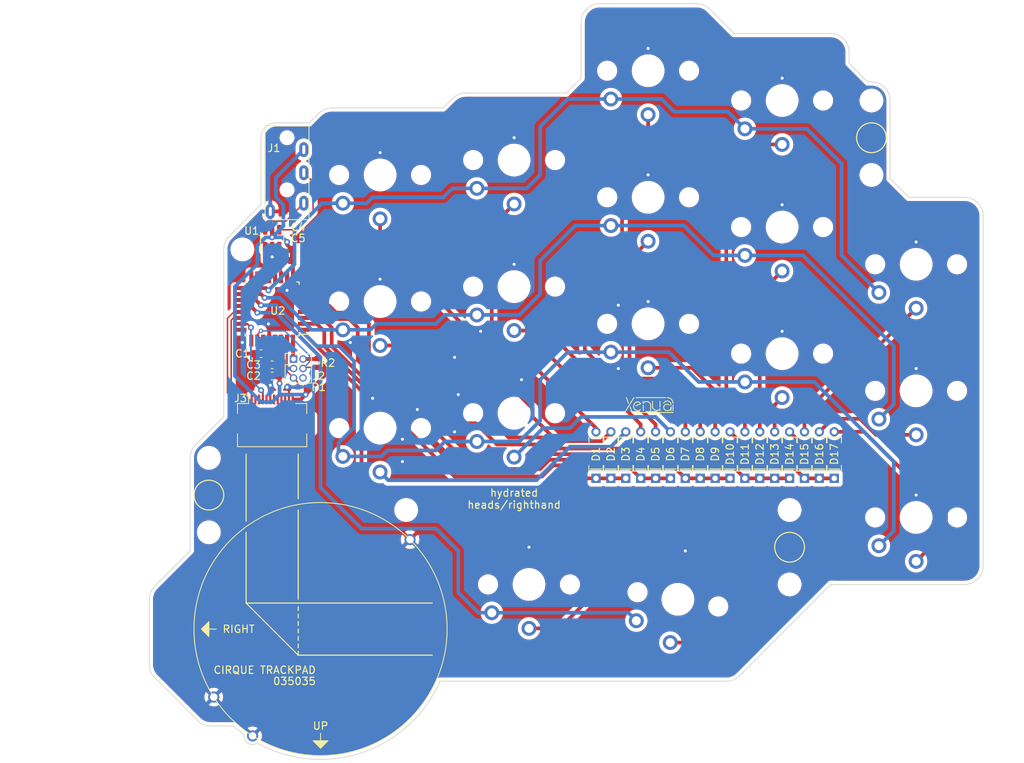
<source format=kicad_pcb>
(kicad_pcb (version 20211014) (generator pcbnew)

  (general
    (thickness 1.6)
  )

  (paper "A4")
  (layers
    (0 "F.Cu" signal)
    (31 "B.Cu" signal)
    (32 "B.Adhes" user "B.Adhesive")
    (33 "F.Adhes" user "F.Adhesive")
    (34 "B.Paste" user)
    (35 "F.Paste" user)
    (36 "B.SilkS" user "B.Silkscreen")
    (37 "F.SilkS" user "F.Silkscreen")
    (38 "B.Mask" user)
    (39 "F.Mask" user)
    (40 "Dwgs.User" user "User.Drawings")
    (41 "Cmts.User" user "User.Comments")
    (42 "Eco1.User" user "User.Eco1")
    (43 "Eco2.User" user "User.Eco2")
    (44 "Edge.Cuts" user)
    (45 "Margin" user)
    (46 "B.CrtYd" user "B.Courtyard")
    (47 "F.CrtYd" user "F.Courtyard")
    (48 "B.Fab" user)
    (49 "F.Fab" user)
    (50 "User.1" user)
    (51 "User.2" user)
    (52 "User.3" user)
    (53 "User.4" user)
    (54 "User.5" user)
    (55 "User.6" user)
    (56 "User.7" user)
    (57 "User.8" user)
    (58 "User.9" user)
  )

  (setup
    (stackup
      (layer "F.SilkS" (type "Top Silk Screen"))
      (layer "F.Paste" (type "Top Solder Paste"))
      (layer "F.Mask" (type "Top Solder Mask") (thickness 0.01))
      (layer "F.Cu" (type "copper") (thickness 0.035))
      (layer "dielectric 1" (type "core") (thickness 1.51) (material "FR4") (epsilon_r 4.5) (loss_tangent 0.02))
      (layer "B.Cu" (type "copper") (thickness 0.035))
      (layer "B.Mask" (type "Bottom Solder Mask") (thickness 0.01))
      (layer "B.Paste" (type "Bottom Solder Paste"))
      (layer "B.SilkS" (type "Bottom Silk Screen"))
      (copper_finish "None")
      (dielectric_constraints no)
    )
    (pad_to_mask_clearance 0)
    (pcbplotparams
      (layerselection 0x00010fc_ffffffff)
      (disableapertmacros false)
      (usegerberextensions false)
      (usegerberattributes true)
      (usegerberadvancedattributes true)
      (creategerberjobfile true)
      (svguseinch false)
      (svgprecision 6)
      (excludeedgelayer true)
      (plotframeref false)
      (viasonmask false)
      (mode 1)
      (useauxorigin false)
      (hpglpennumber 1)
      (hpglpenspeed 20)
      (hpglpendiameter 15.000000)
      (dxfpolygonmode true)
      (dxfimperialunits true)
      (dxfusepcbnewfont true)
      (psnegative false)
      (psa4output false)
      (plotreference true)
      (plotvalue true)
      (plotinvisibletext false)
      (sketchpadsonfab false)
      (subtractmaskfromsilk false)
      (outputformat 1)
      (mirror false)
      (drillshape 1)
      (scaleselection 1)
      (outputdirectory "")
    )
  )

  (net 0 "")
  (net 1 "GND")
  (net 2 "Net-(C1-Pad2)")
  (net 3 "+3V3")
  (net 4 "/SWDIO")
  (net 5 "/RST")
  (net 6 "/SWCLK")
  (net 7 "unconnected-(J2-Pad6)")
  (net 8 "/TRACK_SDA")
  (net 9 "/TRACK_SCL")
  (net 10 "/TRACK_BTN1")
  (net 11 "/TRACK_BTN3")
  (net 12 "/TRACK_BTN2")
  (net 13 "/TRACK_COPI")
  (net 14 "/TRACK_DATA_READY")
  (net 15 "/TRACK_CS")
  (net 16 "/TRACK_CIPO")
  (net 17 "/TRACK_SCK")
  (net 18 "/SCL")
  (net 19 "/SDA")
  (net 20 "Net-(J1-PadR2)")
  (net 21 "Net-(J1-PadR1)")
  (net 22 "C_PINKY")
  (net 23 "unconnected-(U2-Pad6)")
  (net 24 "unconnected-(U2-Pad7)")
  (net 25 "unconnected-(U2-Pad8)")
  (net 26 "R_TOP")
  (net 27 "R_HOME")
  (net 28 "R_BOTTOM")
  (net 29 "R_THUMB")
  (net 30 "C_INNER")
  (net 31 "C_INDEX")
  (net 32 "C_MIDDLE")
  (net 33 "C_RING")
  (net 34 "unconnected-(U2-Pad24)")
  (net 35 "unconnected-(U2-Pad25)")
  (net 36 "unconnected-(U2-Pad27)")
  (net 37 "Net-(D1-Pad2)")
  (net 38 "Net-(D2-Pad2)")
  (net 39 "Net-(D3-Pad2)")
  (net 40 "Net-(D4-Pad2)")
  (net 41 "Net-(D5-Pad2)")
  (net 42 "Net-(D6-Pad2)")
  (net 43 "Net-(D7-Pad2)")
  (net 44 "Net-(D8-Pad2)")
  (net 45 "Net-(D9-Pad2)")
  (net 46 "Net-(D10-Pad2)")
  (net 47 "Net-(D11-Pad2)")
  (net 48 "Net-(D12-Pad2)")
  (net 49 "Net-(D13-Pad2)")
  (net 50 "Net-(D14-Pad2)")
  (net 51 "Net-(D15-Pad2)")
  (net 52 "Net-(D16-Pad2)")
  (net 53 "Net-(D17-Pad2)")
  (net 54 "unconnected-(U2-Pad13)")
  (net 55 "unconnected-(U2-Pad14)")
  (net 56 "unconnected-(U2-Pad15)")
  (net 57 "unconnected-(U2-Pad16)")

  (footprint "Capacitor_SMD:C_0603_1608Metric_Pad1.08x0.95mm_HandSolder" (layer "F.Cu") (at 55.5 116.5 180))

  (footprint "MountingHole:MountingHole_2.2mm_M2_DIN965" (layer "F.Cu") (at 136 91))

  (footprint "mbk:Choc-1u-solder" (layer "F.Cu") (at 106 94))

  (footprint "Capacitor_SMD:C_0603_1608Metric_Pad1.08x0.95mm_HandSolder" (layer "F.Cu") (at 59 102.5))

  (footprint "mbk:Choc-1u-solder" (layer "F.Cu") (at 124 81))

  (footprint "1N4148:DIOAD829W49L456D191" (layer "F.Cu") (at 105 128.5 90))

  (footprint "mbk:Choc-1u-solder" (layer "F.Cu") (at 70 91))

  (footprint "1N4148:DIOAD829W49L456D191" (layer "F.Cu") (at 107 128.5 90))

  (footprint "Package_TO_SOT_SMD:SOT-23-6" (layer "F.Cu") (at 55.5 99.5 90))

  (footprint "1N4148:DIOAD829W49L456D191" (layer "F.Cu") (at 111 128.5 90))

  (footprint "Resistor_SMD:R_0402_1005Metric_Pad0.72x0.64mm_HandSolder" (layer "F.Cu") (at 59.5 119.5 180))

  (footprint "1N4148:DIOAD829W49L456D191" (layer "F.Cu") (at 99 128.5 90))

  (footprint "cirque:cirque_TM035035" (layer "F.Cu") (at 62 152 180))

  (footprint "mbk:Choc-1u-solder" (layer "F.Cu") (at 124 98))

  (footprint "1N4148:DIOAD829W49L456D191" (layer "F.Cu") (at 127 128.5 90))

  (footprint "1N4148:DIOAD829W49L456D191" (layer "F.Cu") (at 125 128.5 90))

  (footprint "mbk:Choc-1u-solder" (layer "F.Cu") (at 88 106))

  (footprint "MountingHole:MountingHole_2.2mm_M2_DIN965" (layer "F.Cu") (at 136 81))

  (footprint "1N4148:DIOAD829W49L456D191" (layer "F.Cu") (at 117 128.5 90))

  (footprint "1N4148:DIOAD829W49L456D191" (layer "F.Cu") (at 109 128.5 90))

  (footprint "mbk:Choc-1u-solder" (layer "F.Cu") (at 142 103))

  (footprint "pj320a:Jack_3.5mm_PJ320A_Horizontal" (layer "F.Cu") (at 57.5 86 -90))

  (footprint "mbk:Choc-1u-solder" (layer "F.Cu") (at 142 137))

  (footprint "mbk:Choc-1u-solder" (layer "F.Cu") (at 124 115))

  (footprint "Connector_FFC-FPC:Hirose_FH12-12S-0.5SH_1x12-1MP_P0.50mm_Horizontal" (layer "F.Cu") (at 55.5 123))

  (footprint "1N4148:DIOAD829W49L456D191" (layer "F.Cu") (at 113 128.5 90))

  (footprint "1N4148:DIOAD829W49L456D191" (layer "F.Cu") (at 115 128.5 90))

  (footprint "mbk:Choc-1u-solder" (layer "F.Cu") (at 88 89))

  (footprint "Capacitor_SMD:C_0603_1608Metric_Pad1.08x0.95mm_HandSolder" (layer "F.Cu") (at 59 101))

  (footprint "xenua:sig" (layer "F.Cu") (at 102.845 122.905167))

  (footprint "MountingHole:MountingHole_2.2mm_M2_DIN965" (layer "F.Cu") (at 125 136))

  (footprint "mbk:Choc-1u-solder" (layer "F.Cu") (at 106 111))

  (footprint "MountingHole:MountingHole_2.2mm_M2_DIN965" (layer "F.Cu") (at 51.5 101))

  (footprint "1N4148:DIOAD829W49L456D191" (layer "F.Cu") (at 103 128.5 90))

  (footprint "MountingHole:MountingHole_2.2mm_M2_DIN965" (layer "F.Cu") (at 47 139))

  (footprint "1N4148:DIOAD829W49L456D191" (layer "F.Cu") (at 131 128.5 90))

  (footprint "Connector_PinHeader_1.27mm:PinHeader_2x03_P1.27mm_Vertical" (layer "F.Cu") (at 58.375 115.725))

  (footprint "mbk:Choc-1u-solder" (layer "F.Cu") (at 142 120))

  (footprint "Capacitor_SMD:C_0603_1608Metric_Pad1.08x0.95mm_HandSolder" (layer "F.Cu") (at 54 115))

  (footprint "MountingHole:MountingHole_2.2mm_M2_DIN965" (layer "F.Cu") (at 125 146))

  (footprint "mbk:Choc-1u-solder" (layer "F.Cu") (at 88 123))

  (footprint "mbk:Choc-1u-solder" (layer "F.Cu") (at 110 148 -10))

  (footprint "1N4148:DIOAD829W49L456D191" (layer "F.Cu") (at 121 128.5 90))

  (footprint "1N4148:DIOAD829W49L456D191" (layer "F.Cu") (at 119 128.5 90))

  (footprint "mbk:Choc-1u-solder" (layer "F.Cu") (at 70 108))

  (footprint "1N4148:DIOAD829W49L456D191" (layer "F.Cu") (at 101 128.5 90))

  (footprint "Resistor_SMD:R_0402_1005Metric_Pad0.72x0.64mm_HandSolder" (layer "F.Cu") (at 61.5 116.25 90))

  (footprint "Package_QFP:TQFP-32_7x7mm_P0.8mm" (layer "F.Cu")
    (tedit 5A02F146) (tstamp ca98b832-42d9-48ef-b0f0-8a38fadade53)
    (at 55.5 109 180)
    (descr "32-Lead Plastic Thin Quad Flatpack (PT) - 7x7x1.0 mm Body, 2.00 mm [TQFP] (see Microchip Packaging Specification 00000049BS.pdf)")
    (tags "QFP 0.8")
    (property "Sheetfile" "righthand.kicad_sch")
    (property "Sheetname" "")
    (path "/cd05dc71-d59b-4335-902d-fe9d6feaeb4a")
    (attr smd)
    (fp_text reference "U2" (at -0.75 -0.25) (layer "F.SilkS")
      (effects (font (size 1 1) (thickness 0.15)))
      (tstamp 7380e8af-0da0-4d19-b97a-3db74afed84b)
    )
    (fp_text value "ATSAMD21E17D-A" (at 0 6.05) (layer "F.Fab")
      (effects (font (size 1 1) (thickness 0.15)))
      (tstamp f2253836-2d9b-40d1-8286-5de307be6bb5)
    )
    (fp_text user "${REFERENCE}" (at 0 0) (layer "F.Fab")
      (effects (font (size 1 1) (thickness 0.15)))
      (tstamp ff516df4-8762-493a-bfa9-d109ded985f2)
    )
    (fp_line (start -3.625 3.625) (end -3.625 3.3) (layer "F.SilkS") (width 0.15) (tstamp 163a52c9-5b76-408e-9e8d-b1d727f1e5eb))
    (fp_line (start -3.625 -3.4) (end -5.05 -3.4) (layer "F.SilkS") (width 0.15) (tstamp 4694337d-87f2-4001-9a42-3ac5af7174f1))
    (fp_line (start -3.625 -3.625) (end -3.625 -3.4) (layer "F.SilkS") (width 0.15) (tstamp 47cb438f-2cfc-49d4-b243-896fd33c4f28))
    (fp_line (start 3.625 3.625) (end 3.3 3.625) (layer "F.SilkS") (width 0.15) (tstamp 875bddaa-a6a5-4d05-aa4e-f34cad246fdd))
    (fp_line (start -3.625 3.625) (end -3.3 3.625) (layer "F.SilkS") (width 0.15) (tstamp abbb76e5-e303-4551-abef-6360b634a66e))
    (fp_line (start -3.625 -3.625) (end -3.3 -3.625) (layer "F.SilkS") (width 0.15) (tstamp b86e3cce-ec47-4e60-ad5f-0c88bb84273a))
    (fp_line (start 3.625 -3.625) (end 3.3 -3.625) (layer "F.SilkS") (width 0.15) (tstamp bd51819b-f5a4-4341-9885-d60fd4aa7ac5))
    (fp_line (start 3.625 -3.625) (end 3.625 -3.3) (layer "F.SilkS") (width 0.15) (tstamp d5bef497-bc4d-4dbe-99cb-e4b3a4c01e3f))
    (fp_line (start 3.625 3.625) (end 3.625 3.3) (layer "F.SilkS") (width 0.15) (tstamp d8527688-0a5f-4213-b379-755ddb37619d))
    (fp_line (start -5.3 -5.3) (end 5.3 -5.3) (layer "F.CrtYd") (width 0.05) (tstamp 075e0099-43cc-4e57-801b-810418507ddf))
    (fp_line (start -5.3 5.3) (end 5.3 5.3) (layer "F.CrtYd") (width 0.05) (tstamp 20f4c3c6-d0c7-4e28-b603-453c6a1d75b5))
    (fp_line (start 5.3 -5.3) (end 5.3 5.3) (layer "F.CrtYd") (width 0.05) (tstamp 2133e340-0ea5-497f-be25-7d4b6d30df2c))
    (fp_line (start -5.3 -5.3) (end -5.3 5.3) (layer "F.CrtYd") (width 0.05) (tstamp cc26b4de-d661-424c-883c-1a8ced1f8768))
    (fp_line (start 3.5 -3.5) (end 3.5 3.5) (layer "F.Fab") (width 0.15) (tstamp 0ab6f123-2f7f-4459-9959-f610555e9965))
    (fp_line (start -3.5 3.5) (end -3.5 -2.5) (layer "F.Fab") (width 0.15) (tstamp 5f53635a-7790-49ef-a708-d89dbdce66ff))
    (fp_line (start 3.5 3.5) (end -3.5 3.5) (layer "F.Fab") (width 0.15) (tstamp 6e1700cd-cad7-4c73-a404-c7fdf714574e))
    (fp_line (start -3.5 -2.5) (end -2.5 -3.5) (layer "F.Fab") (width 0.15) (tstamp a4b2c316-8378-48ff-9099-c95542d4d444))
    (fp_line (start -2.5 -3.5) (end 3.5 -3.5) (layer "F.Fab") (width 0.15) (tstamp fa371ff8-e6fb-4463-8f56-ac49214cf9cf))
    (pad "1" smd rect (at -4.25 -2.8 180) (size 1.6 0.55) (layers "F.Cu" "F.Paste" "F.Mask")
      (net 30 "C_INNER") (pinfunction "PA00") (pintype "bidirectional") (tstamp de6c64d1-4ece-4a3f-aa19-c7141c9b1d34))
    (pad "2" smd rect (at -4.25 -2 180) (size 1.6 0.55) (layers "F.Cu" "F.Paste" "F.Mask")
      (net 31 "C_INDEX") (pinfunction "PA01") (pintype "bidirectional") (tstamp 84b5f244-dacb-46d0-b787-6a3c3e03a9e9))
    (pad "3" smd rect (at -4.25 -1.2 180) (size 1.6 0.55) (layers "F.Cu" "F.Paste" "F.Mask")
      (net 32 "C_MIDDLE") (pinfunction "PA02") (pintype "bidirectional") (tstamp 5597da75-39fc-4d77-89f2-21aa5ef8ba8f))
    (pad "4" smd rect (at -4.25 -0.4 180) (size 1.6 0.55) (layers "F.Cu" "F.Paste" "F.Mask")
      (net 33 "C_RING") (pinfunction "PA03") (pintype "bidirectional") (tstamp 209cde5c-0bb3-411e-b329-e93397c704e0))
    (pad "5" smd rect (at -4.25 0.4 180) (size 1.6 0.55) (layers "F.Cu" "F.Paste" "F.Mask")
      (net 22 "C_PINKY") (pinfunction "PA04") (pintype "bidirectional") (tstamp b82ab260-9cf7-4a11-a443-5d402a27af23))
    (pad "6" smd rect (at -4.25 1.2 180) (size 1.6 0.55) (layers "F.Cu" "F.Paste" "F.Mask")
      (net 23 "unconnected-(U2-Pad6)") (pinfunction "PA05") (pintype "bidirectional") (tstamp 179c24d1-7126-42bf-97a3-780c05bb1910))
    (pad "7" smd rect (at -4.25 2 180) (size 1.6 0.55) (layers "F.Cu" "F.Paste" "F.Mask")
      (net 24 "unconnected-(U2-Pad7)") (pinfunction "PA06") (pintype "bidirectional") (tstamp d5c4fb86-56b1-4f06-b04a-6b003385b76a))
    (pad "8" smd rect (at -4.25 2.8 180) (size 1.6 0.55) (layers "F.Cu" "F.Paste" "F.Mask")
      (net 25 "unconnected-(U2-Pad8)") (pinfunction "PA07") (pintype "bidirectional") (tstamp 05a71337-cddb-4d9a-b7ab-112952ceb99b))
    (pad "9" smd rect (at -2.8 4.25 270) (size 1.6 0.55) (layers "F.Cu" "F.Paste" "F.Mask")
      (net 
... [1195865 chars truncated]
</source>
